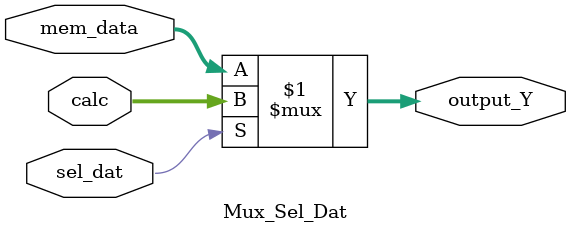
<source format=v>
`timescale 1ns / 1ps
module Mux_Sel_Dat(
    input [31:0] mem_data,
    input [31:0] calc,
    input sel_dat,
    output [31:0] output_Y
    );
	 
	 assign output_Y = (sel_dat) ? calc : mem_data;

endmodule

</source>
